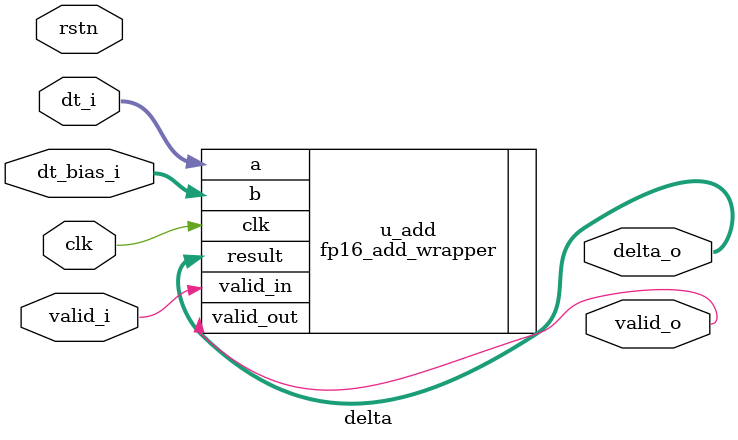
<source format=v>


module delta #(
  parameter integer DW       = 16,
  parameter integer ADD_LAT  = 11
)(
  input  wire          clk,
  input  wire          rstn,
  input  wire          valid_i,
  input  wire [DW-1:0] dt_i,
  input  wire [DW-1:0] dt_bias_i,
  output wire [DW-1:0] delta_o,
  output wire          valid_o
);
    fp16_add_wrapper u_add (
        .clk(clk),
        .valid_in(valid_i),
        .a(dt_i),
        .b(dt_bias_i),
        .result(delta_o),
        .valid_out(valid_o)
    );
endmodule

</source>
